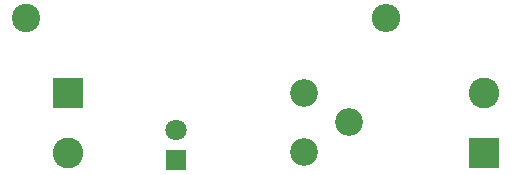
<source format=gbr>
%TF.GenerationSoftware,KiCad,Pcbnew,(6.0.5)*%
%TF.CreationDate,2022-06-22T13:27:10+07:00*%
%TF.ProjectId,bien-ap-cho-mo-han,6269656e-2d61-4702-9d63-686f2d6d6f2d,rev?*%
%TF.SameCoordinates,Original*%
%TF.FileFunction,Copper,L2,Bot*%
%TF.FilePolarity,Positive*%
%FSLAX46Y46*%
G04 Gerber Fmt 4.6, Leading zero omitted, Abs format (unit mm)*
G04 Created by KiCad (PCBNEW (6.0.5)) date 2022-06-22 13:27:10*
%MOMM*%
%LPD*%
G01*
G04 APERTURE LIST*
%TA.AperFunction,ComponentPad*%
%ADD10C,2.400000*%
%TD*%
%TA.AperFunction,ComponentPad*%
%ADD11O,2.400000X2.400000*%
%TD*%
%TA.AperFunction,ComponentPad*%
%ADD12R,2.600000X2.600000*%
%TD*%
%TA.AperFunction,ComponentPad*%
%ADD13C,2.600000*%
%TD*%
%TA.AperFunction,ComponentPad*%
%ADD14R,1.800000X1.800000*%
%TD*%
%TA.AperFunction,ComponentPad*%
%ADD15C,1.800000*%
%TD*%
%TA.AperFunction,ComponentPad*%
%ADD16C,2.340000*%
%TD*%
G04 APERTURE END LIST*
D10*
%TO.P,R1,1*%
%TO.N,Net-(D1-Pad2)*%
X114930000Y-85725000D03*
D11*
%TO.P,R1,2*%
%TO.N,Net-(J1-Pad2)*%
X145410000Y-85725000D03*
%TD*%
D12*
%TO.P,J2,1,Pin_1*%
%TO.N,Net-(J2-Pad1)*%
X118440000Y-92070000D03*
D13*
%TO.P,J2,2,Pin_2*%
%TO.N,Net-(D1-Pad1)*%
X118440000Y-97150000D03*
%TD*%
D12*
%TO.P,J1,1,Pin_1*%
%TO.N,Net-(D1-Pad1)*%
X153670000Y-97155000D03*
D13*
%TO.P,J1,2,Pin_2*%
%TO.N,Net-(J1-Pad2)*%
X153670000Y-92075000D03*
%TD*%
D14*
%TO.P,D1,1,K*%
%TO.N,Net-(D1-Pad1)*%
X127630000Y-97790000D03*
D15*
%TO.P,D1,2,A*%
%TO.N,Net-(D1-Pad2)*%
X127630000Y-95250000D03*
%TD*%
D16*
%TO.P,RV1,1,1*%
%TO.N,unconnected-(RV1-Pad1)*%
X138430000Y-92075000D03*
%TO.P,RV1,2,2*%
%TO.N,Net-(J1-Pad2)*%
X142230000Y-94575000D03*
%TO.P,RV1,3,3*%
%TO.N,Net-(J2-Pad1)*%
X138430000Y-97075000D03*
%TD*%
M02*

</source>
